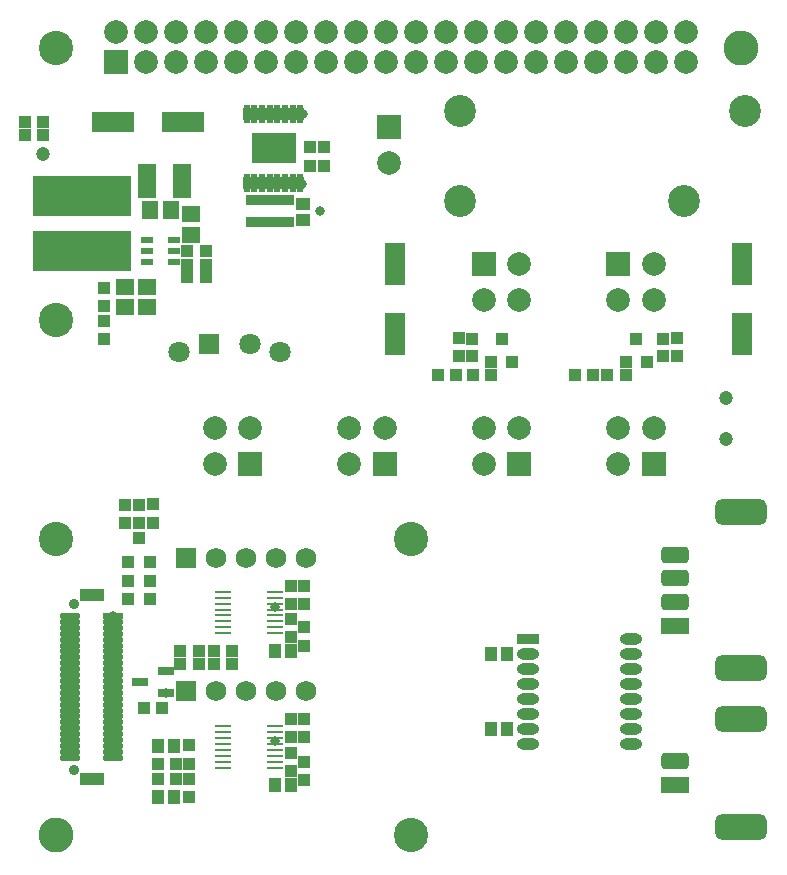
<source format=gts>
G04*
G04 #@! TF.GenerationSoftware,Altium Limited,Altium Designer,20.0.9 (164)*
G04*
G04 Layer_Color=8388736*
%FSLAX25Y25*%
%MOIN*%
G70*
G01*
G75*
%ADD31R,0.05456X0.00943*%
%ADD32O,0.05456X0.00943*%
%ADD46C,0.04737*%
%ADD47R,0.04147X0.04147*%
%ADD48R,0.05328X0.03162*%
%ADD49R,0.03950X0.03950*%
%ADD50O,0.07493X0.03792*%
%ADD51R,0.03950X0.04343*%
%ADD52R,0.04147X0.04147*%
%ADD53R,0.06902X0.14383*%
%ADD54R,0.02200X0.03800*%
%ADD55R,0.04537X0.04143*%
%ADD56O,0.02572X0.06312*%
%ADD57R,0.14776X0.10485*%
%ADD58R,0.07493X0.03792*%
%ADD59R,0.04143X0.04537*%
G04:AMPARAMS|DCode=60|XSize=86.74mil|YSize=173.35mil|CornerRadius=23.68mil|HoleSize=0mil|Usage=FLASHONLY|Rotation=90.000|XOffset=0mil|YOffset=0mil|HoleType=Round|Shape=RoundedRectangle|*
%AMROUNDEDRECTD60*
21,1,0.08674,0.12598,0,0,90.0*
21,1,0.03937,0.17335,0,0,90.0*
1,1,0.04737,0.06299,0.01968*
1,1,0.04737,0.06299,-0.01968*
1,1,0.04737,-0.06299,-0.01968*
1,1,0.04737,-0.06299,0.01968*
%
%ADD60ROUNDEDRECTD60*%
G04:AMPARAMS|DCode=61|XSize=55.24mil|YSize=94.61mil|CornerRadius=15.81mil|HoleSize=0mil|Usage=FLASHONLY|Rotation=90.000|XOffset=0mil|YOffset=0mil|HoleType=Round|Shape=RoundedRectangle|*
%AMROUNDEDRECTD61*
21,1,0.05524,0.06299,0,0,90.0*
21,1,0.02362,0.09461,0,0,90.0*
1,1,0.03162,0.03150,0.01181*
1,1,0.03162,0.03150,-0.01181*
1,1,0.03162,-0.03150,-0.01181*
1,1,0.03162,-0.03150,0.01181*
%
%ADD61ROUNDEDRECTD61*%
%ADD62R,0.09461X0.05524*%
%ADD63R,0.03950X0.03950*%
%ADD64R,0.06312X0.05328*%
%ADD65R,0.04147X0.02178*%
%ADD66R,0.14383X0.06902*%
%ADD67R,0.05918X0.11430*%
%ADD68R,0.05328X0.06312*%
%ADD69R,0.33084X0.13792*%
%ADD70R,0.07887X0.03950*%
%ADD71R,0.07099X0.01981*%
%ADD72O,0.07099X0.01981*%
%ADD73C,0.07887*%
%ADD74R,0.07887X0.07887*%
%ADD75C,0.11430*%
%ADD76C,0.11627*%
%ADD77C,0.10642*%
%ADD78R,0.07099X0.07099*%
%ADD79C,0.07099*%
%ADD80C,0.06800*%
%ADD81R,0.06800X0.06800*%
%ADD82C,0.03556*%
%ADD83C,0.03162*%
%ADD84C,0.02769*%
D31*
X65534Y90753D02*
D03*
X65503Y45970D02*
D03*
D32*
X65534Y88783D02*
D03*
Y86813D02*
D03*
Y84843D02*
D03*
Y82873D02*
D03*
Y80903D02*
D03*
Y78933D02*
D03*
Y76963D02*
D03*
X82734D02*
D03*
Y78933D02*
D03*
Y80903D02*
D03*
Y82873D02*
D03*
Y84843D02*
D03*
Y86813D02*
D03*
Y88783D02*
D03*
Y90753D02*
D03*
X65503Y44000D02*
D03*
Y42030D02*
D03*
Y40060D02*
D03*
Y38090D02*
D03*
Y36120D02*
D03*
Y34150D02*
D03*
Y32180D02*
D03*
X82703D02*
D03*
Y34150D02*
D03*
Y36120D02*
D03*
Y38090D02*
D03*
Y40060D02*
D03*
Y42030D02*
D03*
Y44000D02*
D03*
Y45970D02*
D03*
D46*
X233241Y155442D02*
D03*
X5512Y236614D02*
D03*
X233240Y141656D02*
D03*
D47*
X39075Y51968D02*
D03*
X45177D02*
D03*
X5512Y247244D02*
D03*
X-591D02*
D03*
X137106Y162992D02*
D03*
X143209D02*
D03*
X154724D02*
D03*
X148622D02*
D03*
X62323Y66535D02*
D03*
X68425D02*
D03*
X51220D02*
D03*
X57322D02*
D03*
X62323Y71063D02*
D03*
X68425D02*
D03*
X51220D02*
D03*
X57322D02*
D03*
X49803Y28507D02*
D03*
X43701D02*
D03*
X49803Y33465D02*
D03*
X43701D02*
D03*
X193504Y162992D02*
D03*
X199606D02*
D03*
X188780D02*
D03*
X182678D02*
D03*
X59646Y195570D02*
D03*
X53543D02*
D03*
Y199782D02*
D03*
X59646D02*
D03*
X53543Y204329D02*
D03*
X59646D02*
D03*
D48*
X37697Y60630D02*
D03*
X46555Y64370D02*
D03*
Y56890D02*
D03*
D49*
X25630Y175005D02*
D03*
Y180910D02*
D03*
X148425Y169291D02*
D03*
Y175197D02*
D03*
X37441Y113845D02*
D03*
Y119750D02*
D03*
X212205Y175197D02*
D03*
Y169291D02*
D03*
D50*
X201476Y49980D02*
D03*
Y74980D02*
D03*
X167028Y69980D02*
D03*
Y64980D02*
D03*
Y59980D02*
D03*
Y54980D02*
D03*
Y49980D02*
D03*
Y44980D02*
D03*
Y39980D02*
D03*
X201476Y69980D02*
D03*
Y64980D02*
D03*
Y59980D02*
D03*
Y54980D02*
D03*
Y44980D02*
D03*
Y39980D02*
D03*
D51*
X154724Y167323D02*
D03*
X161811D02*
D03*
X158268Y175197D02*
D03*
X37402Y108661D02*
D03*
X40945Y100787D02*
D03*
X33858D02*
D03*
X203150Y175197D02*
D03*
X206693Y167323D02*
D03*
X199606D02*
D03*
D52*
X42126Y119882D02*
D03*
Y113779D02*
D03*
X144105Y169291D02*
D03*
Y175394D02*
D03*
X94504Y238877D02*
D03*
Y232774D02*
D03*
X98975D02*
D03*
Y238877D02*
D03*
X92346Y92650D02*
D03*
Y86548D02*
D03*
X88049D02*
D03*
Y92650D02*
D03*
X92346Y72834D02*
D03*
Y78937D02*
D03*
X88049Y75708D02*
D03*
Y81811D02*
D03*
X92315Y48327D02*
D03*
Y42224D02*
D03*
X88018D02*
D03*
Y48327D02*
D03*
X92315Y28047D02*
D03*
Y34150D02*
D03*
X88018Y30925D02*
D03*
Y37027D02*
D03*
X54232Y22404D02*
D03*
Y28507D02*
D03*
Y39567D02*
D03*
Y33465D02*
D03*
X33858Y94390D02*
D03*
Y88287D02*
D03*
X40945D02*
D03*
Y94390D02*
D03*
X32672Y113702D02*
D03*
Y119804D02*
D03*
X216627Y175394D02*
D03*
Y169291D02*
D03*
X25591Y192119D02*
D03*
Y186016D02*
D03*
D53*
X122835Y176772D02*
D03*
Y200000D02*
D03*
X238583Y176772D02*
D03*
Y200000D02*
D03*
D54*
X74123Y213959D02*
D03*
X76122D02*
D03*
X78123D02*
D03*
X80123D02*
D03*
X82122D02*
D03*
X84123D02*
D03*
X86123D02*
D03*
X88122D02*
D03*
Y221259D02*
D03*
X86123D02*
D03*
X84123D02*
D03*
X82122D02*
D03*
X80123D02*
D03*
X78123D02*
D03*
X76122D02*
D03*
X74123D02*
D03*
D55*
X92146Y214758D02*
D03*
Y220073D02*
D03*
D56*
X73327Y226968D02*
D03*
X75886D02*
D03*
X78445D02*
D03*
X81004D02*
D03*
X83564D02*
D03*
X86123D02*
D03*
X88682D02*
D03*
X91241D02*
D03*
X73327Y250196D02*
D03*
X75886D02*
D03*
X78445D02*
D03*
X81004D02*
D03*
X83564D02*
D03*
X86123D02*
D03*
X88682D02*
D03*
X91241D02*
D03*
D57*
X82284Y238582D02*
D03*
D58*
X167028Y74980D02*
D03*
D59*
X154823Y69980D02*
D03*
X160138D02*
D03*
X154823Y44980D02*
D03*
X160138D02*
D03*
X82734Y71063D02*
D03*
X88049D02*
D03*
X82703Y26476D02*
D03*
X88018D02*
D03*
X49016Y22404D02*
D03*
X43701D02*
D03*
X49016Y39370D02*
D03*
X43701D02*
D03*
D60*
X238189Y117323D02*
D03*
Y65354D02*
D03*
Y48425D02*
D03*
Y12205D02*
D03*
D61*
X216220Y103150D02*
D03*
Y95276D02*
D03*
Y87402D02*
D03*
Y34252D02*
D03*
D62*
Y79527D02*
D03*
Y26378D02*
D03*
D63*
X5369Y242953D02*
D03*
X-537D02*
D03*
D64*
X54626Y216633D02*
D03*
Y209743D02*
D03*
X40256Y185623D02*
D03*
Y192512D02*
D03*
X32672Y185623D02*
D03*
Y192512D02*
D03*
D65*
X40256Y208069D02*
D03*
Y204329D02*
D03*
Y200589D02*
D03*
X49114D02*
D03*
Y204329D02*
D03*
Y208069D02*
D03*
D66*
X28740Y247243D02*
D03*
X51969D02*
D03*
D67*
X51673Y227558D02*
D03*
X40256D02*
D03*
D68*
X47933Y218109D02*
D03*
X41043D02*
D03*
D69*
X18588Y222833D02*
D03*
Y204329D02*
D03*
D70*
X21654Y28346D02*
D03*
Y89764D02*
D03*
D71*
X28740Y82677D02*
D03*
D72*
Y80708D02*
D03*
Y78740D02*
D03*
Y76771D02*
D03*
Y74803D02*
D03*
Y72834D02*
D03*
Y70866D02*
D03*
Y68897D02*
D03*
Y66929D02*
D03*
Y64960D02*
D03*
Y62992D02*
D03*
Y61023D02*
D03*
Y59055D02*
D03*
Y57086D02*
D03*
Y55118D02*
D03*
Y53149D02*
D03*
Y51181D02*
D03*
Y49213D02*
D03*
Y47244D02*
D03*
Y45276D02*
D03*
Y43307D02*
D03*
Y41339D02*
D03*
Y39370D02*
D03*
Y37402D02*
D03*
Y35433D02*
D03*
X14567D02*
D03*
Y37402D02*
D03*
Y39370D02*
D03*
Y41339D02*
D03*
Y43307D02*
D03*
Y45276D02*
D03*
Y47244D02*
D03*
Y49213D02*
D03*
Y51181D02*
D03*
Y53149D02*
D03*
Y55118D02*
D03*
Y57086D02*
D03*
Y59055D02*
D03*
Y61023D02*
D03*
Y62992D02*
D03*
Y64960D02*
D03*
Y66929D02*
D03*
Y68897D02*
D03*
Y70866D02*
D03*
Y72834D02*
D03*
Y74803D02*
D03*
Y76771D02*
D03*
Y78740D02*
D03*
Y80708D02*
D03*
Y82677D02*
D03*
D73*
X152365Y133465D02*
D03*
X164176Y145276D02*
D03*
X152365D02*
D03*
X197247Y133465D02*
D03*
X209058Y145276D02*
D03*
X197247D02*
D03*
X29605Y277323D02*
D03*
X39605Y267323D02*
D03*
Y277323D02*
D03*
X49605Y267323D02*
D03*
Y277323D02*
D03*
X59605Y267323D02*
D03*
Y277323D02*
D03*
X69605Y267323D02*
D03*
Y277323D02*
D03*
X79605Y267323D02*
D03*
Y277323D02*
D03*
X89605Y267323D02*
D03*
Y277323D02*
D03*
X99605Y267323D02*
D03*
Y277323D02*
D03*
X109605Y267323D02*
D03*
Y277323D02*
D03*
X119605Y267323D02*
D03*
Y277323D02*
D03*
X129605Y267323D02*
D03*
Y277323D02*
D03*
X139605Y267323D02*
D03*
Y277323D02*
D03*
X149605Y267323D02*
D03*
Y277323D02*
D03*
X159605Y267323D02*
D03*
Y277323D02*
D03*
X169605Y267323D02*
D03*
Y277323D02*
D03*
X179605Y267323D02*
D03*
Y277323D02*
D03*
X189605Y267323D02*
D03*
Y277323D02*
D03*
X199605Y267323D02*
D03*
Y277323D02*
D03*
X209605Y267323D02*
D03*
Y277323D02*
D03*
X219605Y267323D02*
D03*
Y277323D02*
D03*
X107483Y133465D02*
D03*
X119294Y145276D02*
D03*
X107483D02*
D03*
X62601Y133465D02*
D03*
X74412Y145276D02*
D03*
X62601D02*
D03*
X120867Y233857D02*
D03*
X164086Y199908D02*
D03*
X152276Y188097D02*
D03*
X164086D02*
D03*
X209052Y200001D02*
D03*
X197241Y188190D02*
D03*
X209052D02*
D03*
D74*
X164176Y133465D02*
D03*
X209058D02*
D03*
X29605Y267323D02*
D03*
X119294Y133465D02*
D03*
X74412D02*
D03*
X120867Y245668D02*
D03*
X152276Y199908D02*
D03*
X197241Y200001D02*
D03*
D75*
X9841Y272047D02*
D03*
X9843Y181495D02*
D03*
X9843Y108268D02*
D03*
X127953D02*
D03*
Y9843D02*
D03*
D76*
X238187Y272047D02*
D03*
X9843Y9843D02*
D03*
D77*
X144403Y220904D02*
D03*
Y250904D02*
D03*
X239284D02*
D03*
X219206Y220904D02*
D03*
D78*
X60731Y173228D02*
D03*
D79*
X74511D02*
D03*
X50889Y170748D02*
D03*
X84353D02*
D03*
D80*
X93150Y101969D02*
D03*
X83150D02*
D03*
X73150D02*
D03*
X63150D02*
D03*
X93119Y57579D02*
D03*
X83119D02*
D03*
X73119D02*
D03*
X63119D02*
D03*
D81*
X53150Y101969D02*
D03*
X53119Y57579D02*
D03*
D82*
X15748Y31299D02*
D03*
Y86811D02*
D03*
D83*
X45276Y51968D02*
D03*
X91732Y226772D02*
D03*
X238583Y182148D02*
D03*
Y171260D02*
D03*
X122835Y176772D02*
D03*
X206693Y167323D02*
D03*
X161811D02*
D03*
X137106Y162992D02*
D03*
X182678D02*
D03*
X216220Y95276D02*
D03*
X82703Y26476D02*
D03*
X92315Y48327D02*
D03*
X82677Y85827D02*
D03*
Y40945D02*
D03*
X92346Y92650D02*
D03*
X82734Y71063D02*
D03*
X51121D02*
D03*
X51220Y66535D02*
D03*
X46555Y56890D02*
D03*
X49016Y22404D02*
D03*
Y39370D02*
D03*
X28740Y80315D02*
D03*
X28740Y82674D02*
D03*
X48819Y216535D02*
D03*
X51987Y247262D02*
D03*
X51673Y227558D02*
D03*
X59646Y204329D02*
D03*
X40256Y185623D02*
D03*
X32672D02*
D03*
X25630Y175005D02*
D03*
X40945Y100787D02*
D03*
Y94390D02*
D03*
X92053Y250196D02*
D03*
X98975Y232774D02*
D03*
X92146Y214758D02*
D03*
X5369Y242953D02*
D03*
X97638Y217609D02*
D03*
X54232Y33465D02*
D03*
Y28605D02*
D03*
X53543Y204329D02*
D03*
X154823Y69980D02*
D03*
Y44980D02*
D03*
D84*
X77953Y236416D02*
D03*
Y240747D02*
D03*
X82284Y236416D02*
D03*
Y240747D02*
D03*
X86615Y236416D02*
D03*
Y240747D02*
D03*
M02*

</source>
